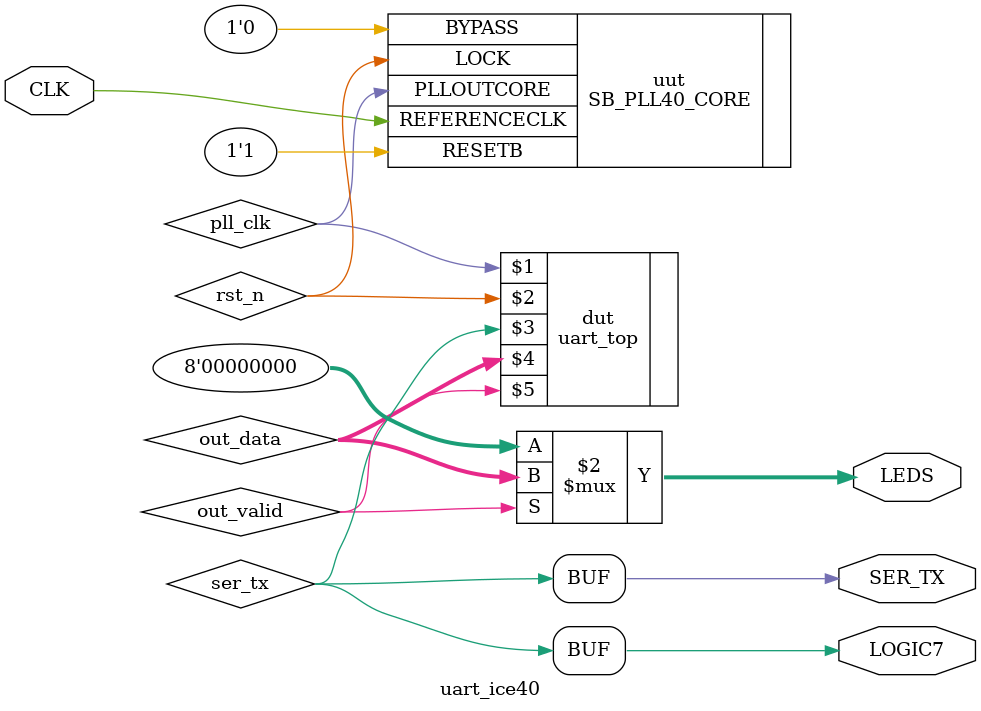
<source format=sv>
`ifndef UART_BENCH_SV
`define UART_BENCH_SV
`default_nettype none

`include "uart_top.sv"
`include "SB_PLL40_CORE.v"


module uart_ice40(
  input logic CLK,

  // Serial port to host
  //output logic SER_DCDn,
  //output logic SER_DSRn,
  //input  logic SER_DTRn,
  //input  logic SER_RTSn,
  //output logic SER_CTSn,
  output logic SER_TX,
  //input  logic SER_RX,

  // On-board LEDs
  output logic [7:0] LEDS,

  // Top pin row connection to logic analyser
  output logic LOGIC7
);

  logic pll_clk;
  logic rst_n;

  /**
   * PLL configuration
   *
   * This Verilog module was generated automatically
   * using the icepll tool from the IceStorm project.
   * Use at your own risk.
   *
   * Given input frequency:        12.000 MHz
   * Requested output frequency:   24.000 MHz
   * Achieved output frequency:    24.000 MHz
   */
  SB_PLL40_CORE #(
                  .FEEDBACK_PATH("SIMPLE"),
                  .DIVR(4'b0000),         // DIVR =  0
                  .DIVF(7'b0111111),      // DIVF = 63
                  .DIVQ(3'b101),          // DIVQ =  5
                  .FILTER_RANGE(3'b001)   // FILTER_RANGE = 1
          ) uut (
                  .LOCK(rst_n),
                  .RESETB(1'b1),
                  .BYPASS(1'b0),
                  .REFERENCECLK(CLK),
                  .PLLOUTCORE(pll_clk)
                  );


  localparam pll_clk_rate   = 24000000;
  localparam ser_clk_rate   =     1200;
  localparam cycles_per_bit = pll_clk_rate / ser_clk_rate;

  logic ser_tx;
  logic[7:0] out_data;
  logic out_valid;

  uart_top #(.cycles_per_bit(cycles_per_bit)) dut(pll_clk, rst_n, ser_tx, out_data, out_valid);

  always_comb begin
    SER_TX = ser_tx;
    LOGIC7 = ser_tx;
    LEDS = out_valid ? out_data : '0;
  end

endmodule

//==============================================================================

`endif

</source>
